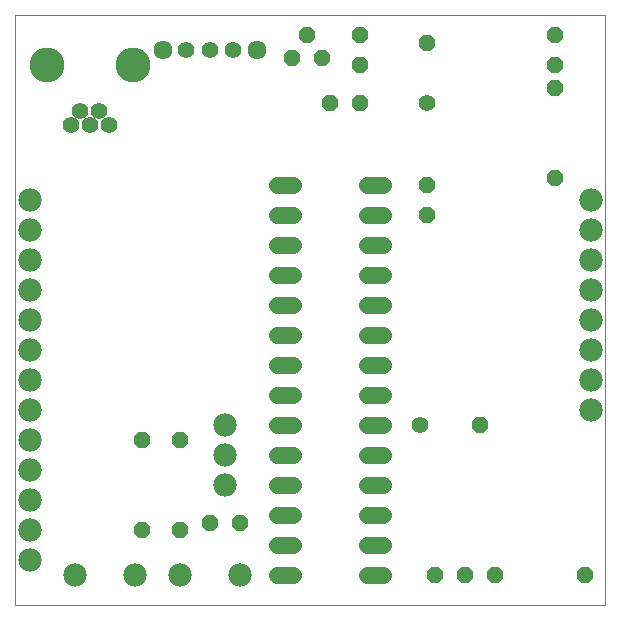
<source format=gts>
G75*
%MOIN*%
%OFA0B0*%
%FSLAX25Y25*%
%IPPOS*%
%LPD*%
%AMOC8*
5,1,8,0,0,1.08239X$1,22.5*
%
%ADD10C,0.00000*%
%ADD11OC8,0.05600*%
%ADD12C,0.05600*%
%ADD13C,0.07800*%
%ADD14C,0.05550*%
%ADD15C,0.11620*%
%ADD16C,0.05600*%
%ADD17C,0.06337*%
D10*
X0001800Y0001800D02*
X0001800Y0198650D01*
X0198650Y0198650D01*
X0198650Y0001800D01*
X0001800Y0001800D01*
D11*
X0044300Y0026800D03*
X0056800Y0026800D03*
X0066800Y0029300D03*
X0076800Y0029300D03*
X0056800Y0056800D03*
X0044300Y0056800D03*
X0139300Y0131800D03*
X0139300Y0141800D03*
X0116800Y0169300D03*
X0106800Y0169300D03*
X0116800Y0181800D03*
X0116800Y0191800D03*
X0104300Y0184300D03*
X0099300Y0191800D03*
X0094300Y0184300D03*
X0139300Y0189300D03*
X0181800Y0191800D03*
X0181800Y0181800D03*
X0181800Y0174300D03*
X0181800Y0144300D03*
X0156800Y0061800D03*
X0151800Y0011800D03*
X0141800Y0011800D03*
X0161800Y0011800D03*
X0191800Y0011800D03*
D12*
X0136800Y0061800D03*
X0139300Y0169300D03*
D13*
X0193800Y0136800D03*
X0193800Y0126800D03*
X0193800Y0116800D03*
X0193800Y0106800D03*
X0193800Y0096800D03*
X0193800Y0086800D03*
X0193800Y0076800D03*
X0193800Y0066800D03*
X0076800Y0011800D03*
X0056800Y0011800D03*
X0041800Y0011800D03*
X0021800Y0011800D03*
X0006800Y0016800D03*
X0006800Y0026800D03*
X0006800Y0036800D03*
X0006800Y0046800D03*
X0006800Y0056800D03*
X0006800Y0066800D03*
X0006800Y0076800D03*
X0006800Y0086800D03*
X0006800Y0096800D03*
X0006800Y0106800D03*
X0006800Y0116800D03*
X0006800Y0126800D03*
X0006800Y0136800D03*
X0071800Y0061800D03*
X0071800Y0051800D03*
X0071800Y0041800D03*
D14*
X0033099Y0161721D03*
X0029950Y0166446D03*
X0026800Y0161721D03*
X0023650Y0166446D03*
X0020501Y0161721D03*
X0058926Y0186800D03*
X0066800Y0186800D03*
X0074674Y0186800D03*
D15*
X0041170Y0181800D03*
X0012430Y0181800D03*
D16*
X0089200Y0141800D02*
X0094400Y0141800D01*
X0094400Y0131800D02*
X0089200Y0131800D01*
X0089200Y0121800D02*
X0094400Y0121800D01*
X0094400Y0111800D02*
X0089200Y0111800D01*
X0089200Y0101800D02*
X0094400Y0101800D01*
X0094400Y0091800D02*
X0089200Y0091800D01*
X0089200Y0081800D02*
X0094400Y0081800D01*
X0094400Y0071800D02*
X0089200Y0071800D01*
X0089200Y0061800D02*
X0094400Y0061800D01*
X0094400Y0051800D02*
X0089200Y0051800D01*
X0089200Y0041800D02*
X0094400Y0041800D01*
X0094400Y0031800D02*
X0089200Y0031800D01*
X0089200Y0021800D02*
X0094400Y0021800D01*
X0094400Y0011800D02*
X0089200Y0011800D01*
X0119200Y0011800D02*
X0124400Y0011800D01*
X0124400Y0021800D02*
X0119200Y0021800D01*
X0119200Y0031800D02*
X0124400Y0031800D01*
X0124400Y0041800D02*
X0119200Y0041800D01*
X0119200Y0051800D02*
X0124400Y0051800D01*
X0124400Y0061800D02*
X0119200Y0061800D01*
X0119200Y0071800D02*
X0124400Y0071800D01*
X0124400Y0081800D02*
X0119200Y0081800D01*
X0119200Y0091800D02*
X0124400Y0091800D01*
X0124400Y0101800D02*
X0119200Y0101800D01*
X0119200Y0111800D02*
X0124400Y0111800D01*
X0124400Y0121800D02*
X0119200Y0121800D01*
X0119200Y0131800D02*
X0124400Y0131800D01*
X0124400Y0141800D02*
X0119200Y0141800D01*
D17*
X0082548Y0186800D03*
X0051052Y0186800D03*
M02*

</source>
